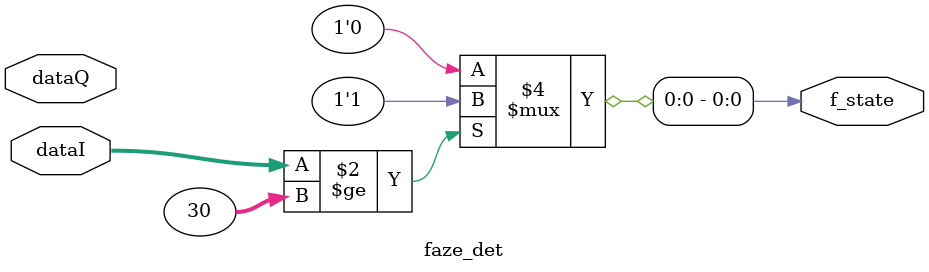
<source format=v>
`timescale 1ns / 1ps
module faze_det(
    dataI,
    dataQ,
    f_state
    );

input [7:0] dataI;
input [7:0] dataQ;
output reg [1:0] f_state;

always
    if (dataI >= 30) begin
        f_state[0] <= 1;
    end
    else
        f_state[0] <= 0;
endmodule

</source>
